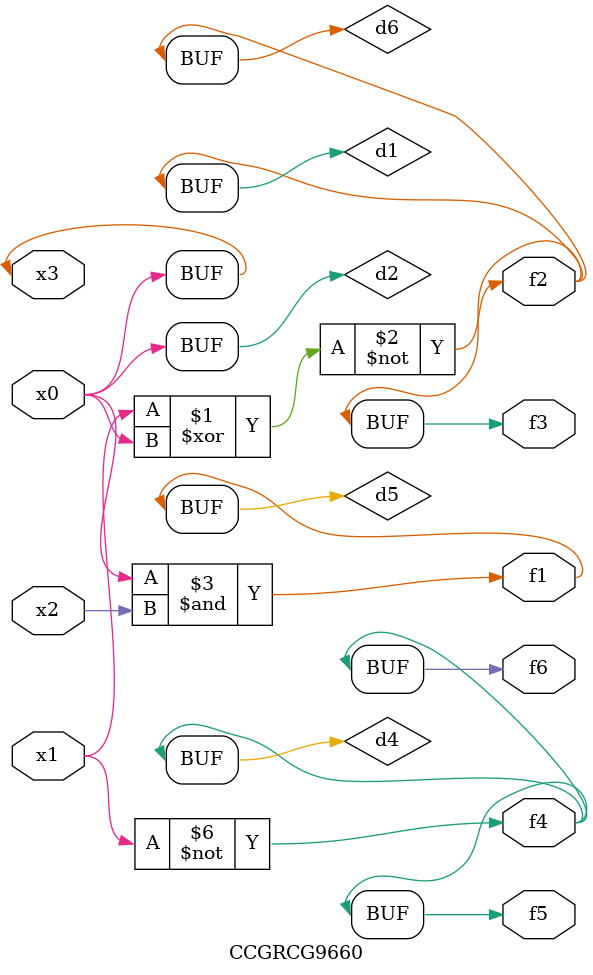
<source format=v>
module CCGRCG9660(
	input x0, x1, x2, x3,
	output f1, f2, f3, f4, f5, f6
);

	wire d1, d2, d3, d4, d5, d6;

	xnor (d1, x1, x3);
	buf (d2, x0, x3);
	nand (d3, x0, x2);
	not (d4, x1);
	nand (d5, d3);
	or (d6, d1);
	assign f1 = d5;
	assign f2 = d6;
	assign f3 = d6;
	assign f4 = d4;
	assign f5 = d4;
	assign f6 = d4;
endmodule

</source>
